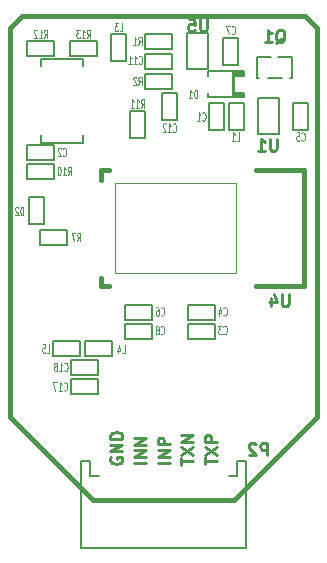
<source format=gbo>
G04 (created by PCBNEW-RS274X (2011-05-25)-stable) date Sat 12 Oct 2013 14:49:29 BST*
G01*
G70*
G90*
%MOIN*%
G04 Gerber Fmt 3.4, Leading zero omitted, Abs format*
%FSLAX34Y34*%
G04 APERTURE LIST*
%ADD10C,0.006000*%
%ADD11C,0.010000*%
%ADD12C,0.015000*%
%ADD13C,0.005000*%
%ADD14C,0.008000*%
%ADD15C,0.007000*%
%ADD16C,0.002600*%
%ADD17C,0.003900*%
%ADD18C,0.004500*%
G04 APERTURE END LIST*
G54D10*
G54D11*
X57675Y-45977D02*
X57675Y-45748D01*
X58075Y-45863D02*
X57675Y-45863D01*
X57675Y-45653D02*
X58075Y-45386D01*
X57675Y-45386D02*
X58075Y-45653D01*
X58075Y-45234D02*
X57675Y-45234D01*
X57675Y-45081D01*
X57694Y-45043D01*
X57713Y-45024D01*
X57751Y-45005D01*
X57808Y-45005D01*
X57846Y-45024D01*
X57865Y-45043D01*
X57884Y-45081D01*
X57884Y-45234D01*
X56888Y-45986D02*
X56888Y-45757D01*
X57288Y-45872D02*
X56888Y-45872D01*
X56888Y-45662D02*
X57288Y-45395D01*
X56888Y-45395D02*
X57288Y-45662D01*
X57288Y-45243D02*
X56888Y-45243D01*
X57288Y-45014D01*
X56888Y-45014D01*
X56501Y-45921D02*
X56101Y-45921D01*
X56501Y-45731D02*
X56101Y-45731D01*
X56501Y-45502D01*
X56101Y-45502D01*
X56501Y-45312D02*
X56101Y-45312D01*
X56101Y-45159D01*
X56120Y-45121D01*
X56139Y-45102D01*
X56177Y-45083D01*
X56234Y-45083D01*
X56272Y-45102D01*
X56291Y-45121D01*
X56310Y-45159D01*
X56310Y-45312D01*
X54545Y-45737D02*
X54526Y-45775D01*
X54526Y-45832D01*
X54545Y-45890D01*
X54583Y-45928D01*
X54621Y-45947D01*
X54697Y-45966D01*
X54754Y-45966D01*
X54831Y-45947D01*
X54869Y-45928D01*
X54907Y-45890D01*
X54926Y-45832D01*
X54926Y-45794D01*
X54907Y-45737D01*
X54888Y-45718D01*
X54754Y-45718D01*
X54754Y-45794D01*
X54926Y-45547D02*
X54526Y-45547D01*
X54926Y-45318D01*
X54526Y-45318D01*
X54926Y-45128D02*
X54526Y-45128D01*
X54526Y-45033D01*
X54545Y-44975D01*
X54583Y-44937D01*
X54621Y-44918D01*
X54697Y-44899D01*
X54754Y-44899D01*
X54831Y-44918D01*
X54869Y-44937D01*
X54907Y-44975D01*
X54926Y-45033D01*
X54926Y-45128D01*
X55713Y-45931D02*
X55313Y-45931D01*
X55713Y-45741D02*
X55313Y-45741D01*
X55713Y-45512D01*
X55313Y-45512D01*
X55713Y-45322D02*
X55313Y-45322D01*
X55713Y-45093D01*
X55313Y-45093D01*
G54D12*
X51181Y-31417D02*
X51575Y-31023D01*
X51181Y-44409D02*
X51181Y-31417D01*
X53937Y-47165D02*
X51181Y-44409D01*
X58662Y-47165D02*
X53937Y-47165D01*
X61418Y-44409D02*
X58662Y-47165D01*
X61418Y-31417D02*
X61418Y-44409D01*
X61024Y-31023D02*
X61418Y-31417D01*
X51575Y-31023D02*
X61024Y-31023D01*
G54D13*
X57091Y-32804D02*
X57791Y-32804D01*
X57791Y-32804D02*
X57791Y-31604D01*
X57791Y-31604D02*
X57091Y-31604D01*
X57091Y-31604D02*
X57091Y-32804D01*
X59434Y-34969D02*
X60134Y-34969D01*
X60134Y-34969D02*
X60134Y-33769D01*
X60134Y-33769D02*
X59434Y-33769D01*
X59434Y-33769D02*
X59434Y-34969D01*
X53088Y-38175D02*
X52188Y-38175D01*
X52188Y-38175D02*
X52188Y-38675D01*
X52188Y-38675D02*
X53088Y-38675D01*
X53088Y-38675D02*
X53088Y-38175D01*
X51797Y-37069D02*
X51797Y-37969D01*
X51797Y-37969D02*
X52297Y-37969D01*
X52297Y-37969D02*
X52297Y-37069D01*
X52297Y-37069D02*
X51797Y-37069D01*
X58471Y-33919D02*
X58471Y-34819D01*
X58471Y-34819D02*
X58971Y-34819D01*
X58971Y-34819D02*
X58971Y-33919D01*
X58971Y-33919D02*
X58471Y-33919D01*
X54553Y-31636D02*
X54553Y-32536D01*
X54553Y-32536D02*
X55053Y-32536D01*
X55053Y-32536D02*
X55053Y-31636D01*
X55053Y-31636D02*
X54553Y-31636D01*
X54584Y-41876D02*
X53684Y-41876D01*
X53684Y-41876D02*
X53684Y-42376D01*
X53684Y-42376D02*
X54584Y-42376D01*
X54584Y-42376D02*
X54584Y-41876D01*
X52621Y-42376D02*
X53521Y-42376D01*
X53521Y-42376D02*
X53521Y-41876D01*
X53521Y-41876D02*
X52621Y-41876D01*
X52621Y-41876D02*
X52621Y-42376D01*
X55692Y-32139D02*
X56592Y-32139D01*
X56592Y-32139D02*
X56592Y-31639D01*
X56592Y-31639D02*
X55692Y-31639D01*
X55692Y-31639D02*
X55692Y-32139D01*
X58321Y-34819D02*
X58321Y-33919D01*
X58321Y-33919D02*
X57821Y-33919D01*
X57821Y-33919D02*
X57821Y-34819D01*
X57821Y-34819D02*
X58321Y-34819D01*
X52655Y-35970D02*
X51755Y-35970D01*
X51755Y-35970D02*
X51755Y-36470D01*
X51755Y-36470D02*
X52655Y-36470D01*
X52655Y-36470D02*
X52655Y-35970D01*
X55183Y-34195D02*
X55183Y-35095D01*
X55183Y-35095D02*
X55683Y-35095D01*
X55683Y-35095D02*
X55683Y-34195D01*
X55683Y-34195D02*
X55183Y-34195D01*
X52655Y-31876D02*
X51755Y-31876D01*
X51755Y-31876D02*
X51755Y-32376D01*
X51755Y-32376D02*
X52655Y-32376D01*
X52655Y-32376D02*
X52655Y-31876D01*
X53172Y-32376D02*
X54072Y-32376D01*
X54072Y-32376D02*
X54072Y-31876D01*
X54072Y-31876D02*
X53172Y-31876D01*
X53172Y-31876D02*
X53172Y-32376D01*
X61117Y-34820D02*
X61117Y-33920D01*
X61117Y-33920D02*
X60617Y-33920D01*
X60617Y-33920D02*
X60617Y-34820D01*
X60617Y-34820D02*
X61117Y-34820D01*
X58793Y-32654D02*
X58793Y-31754D01*
X58793Y-31754D02*
X58293Y-31754D01*
X58293Y-31754D02*
X58293Y-32654D01*
X58293Y-32654D02*
X58793Y-32654D01*
X56592Y-32309D02*
X55692Y-32309D01*
X55692Y-32309D02*
X55692Y-32809D01*
X55692Y-32809D02*
X56592Y-32809D01*
X56592Y-32809D02*
X56592Y-32309D01*
X56746Y-34505D02*
X56746Y-33605D01*
X56746Y-33605D02*
X56246Y-33605D01*
X56246Y-33605D02*
X56246Y-34505D01*
X56246Y-34505D02*
X56746Y-34505D01*
X54112Y-43135D02*
X53212Y-43135D01*
X53212Y-43135D02*
X53212Y-43635D01*
X53212Y-43635D02*
X54112Y-43635D01*
X54112Y-43635D02*
X54112Y-43135D01*
X54112Y-42505D02*
X53212Y-42505D01*
X53212Y-42505D02*
X53212Y-43005D01*
X53212Y-43005D02*
X54112Y-43005D01*
X54112Y-43005D02*
X54112Y-42505D01*
G54D14*
X59055Y-48779D02*
X58267Y-48779D01*
X54134Y-46378D02*
X53858Y-46378D01*
X53858Y-46378D02*
X53858Y-45866D01*
X53858Y-45866D02*
X53543Y-45866D01*
X53543Y-45866D02*
X53543Y-48779D01*
X53543Y-48779D02*
X58267Y-48779D01*
X59055Y-48779D02*
X59055Y-45866D01*
X59055Y-45866D02*
X58740Y-45866D01*
X58740Y-45866D02*
X58740Y-46378D01*
X58740Y-46378D02*
X58464Y-46378D01*
G54D15*
X52214Y-32708D02*
X52214Y-32458D01*
X52214Y-32458D02*
X53614Y-32458D01*
X53614Y-32458D02*
X53614Y-32708D01*
X52214Y-35008D02*
X52214Y-35258D01*
X52214Y-35258D02*
X53614Y-35258D01*
X53614Y-35258D02*
X53614Y-35008D01*
G54D13*
X51755Y-35840D02*
X52655Y-35840D01*
X52655Y-35840D02*
X52655Y-35340D01*
X52655Y-35340D02*
X51755Y-35340D01*
X51755Y-35340D02*
X51755Y-35840D01*
X57109Y-41785D02*
X58009Y-41785D01*
X58009Y-41785D02*
X58009Y-41285D01*
X58009Y-41285D02*
X57109Y-41285D01*
X57109Y-41285D02*
X57109Y-41785D01*
X57109Y-41155D02*
X58009Y-41155D01*
X58009Y-41155D02*
X58009Y-40655D01*
X58009Y-40655D02*
X57109Y-40655D01*
X57109Y-40655D02*
X57109Y-41155D01*
X55923Y-40655D02*
X55023Y-40655D01*
X55023Y-40655D02*
X55023Y-41155D01*
X55023Y-41155D02*
X55923Y-41155D01*
X55923Y-41155D02*
X55923Y-40655D01*
X55923Y-41285D02*
X55023Y-41285D01*
X55023Y-41285D02*
X55023Y-41785D01*
X55023Y-41785D02*
X55923Y-41785D01*
X55923Y-41785D02*
X55923Y-41285D01*
G54D12*
X59370Y-40039D02*
X60984Y-40039D01*
X60984Y-40039D02*
X60984Y-36181D01*
X60984Y-36181D02*
X59370Y-36181D01*
X54213Y-36496D02*
X54213Y-36181D01*
X54213Y-36181D02*
X54449Y-36181D01*
X54449Y-36181D02*
X54488Y-36181D01*
X54488Y-40039D02*
X54213Y-40039D01*
X54213Y-40039D02*
X54213Y-39763D01*
G54D16*
X54685Y-39606D02*
X54685Y-36614D01*
X54685Y-36614D02*
X58700Y-36614D01*
X58700Y-39606D02*
X58700Y-36614D01*
X54685Y-39606D02*
X58700Y-39606D01*
G54D17*
X60905Y-40058D02*
X60944Y-40058D01*
X60944Y-40058D02*
X61003Y-40058D01*
X61003Y-40058D02*
X61003Y-39999D01*
X61003Y-39999D02*
X61003Y-39960D01*
X60944Y-40058D02*
X61003Y-39999D01*
X60905Y-40058D02*
X61003Y-39960D01*
G54D10*
X60236Y-33109D02*
X59764Y-33109D01*
X60512Y-32401D02*
X60118Y-32401D01*
X59488Y-32401D02*
X59882Y-32401D01*
X60591Y-32401D02*
X60512Y-32401D01*
X60591Y-32401D02*
X60591Y-33109D01*
X60591Y-33109D02*
X60512Y-33109D01*
X59409Y-33109D02*
X59488Y-33109D01*
X59409Y-32401D02*
X59488Y-32401D01*
X59409Y-33109D02*
X59409Y-32401D01*
G54D15*
X58622Y-32874D02*
X58622Y-33740D01*
X58662Y-33701D02*
X58977Y-33701D01*
X58977Y-33622D02*
X58662Y-33622D01*
X58662Y-33661D02*
X58977Y-33661D01*
X58977Y-33583D02*
X58662Y-33583D01*
X58977Y-33031D02*
X58662Y-33031D01*
X58662Y-32992D02*
X58977Y-32992D01*
X58977Y-32953D02*
X58662Y-32953D01*
X58662Y-32913D02*
X58977Y-32913D01*
X58662Y-32874D02*
X58662Y-33740D01*
X58977Y-33740D02*
X58977Y-33583D01*
X58977Y-32874D02*
X58977Y-33031D01*
X57795Y-32874D02*
X57795Y-33031D01*
X57795Y-33740D02*
X57795Y-33583D01*
X58977Y-33740D02*
X57795Y-33740D01*
X58977Y-32874D02*
X57795Y-32874D01*
G54D13*
X56592Y-32978D02*
X55692Y-32978D01*
X55692Y-32978D02*
X55692Y-33478D01*
X55692Y-33478D02*
X56592Y-33478D01*
X56592Y-33478D02*
X56592Y-32978D01*
G54D11*
X57746Y-31139D02*
X57746Y-31463D01*
X57727Y-31501D01*
X57708Y-31520D01*
X57670Y-31539D01*
X57593Y-31539D01*
X57555Y-31520D01*
X57536Y-31501D01*
X57517Y-31463D01*
X57517Y-31139D01*
X57136Y-31139D02*
X57327Y-31139D01*
X57346Y-31329D01*
X57327Y-31310D01*
X57289Y-31291D01*
X57193Y-31291D01*
X57155Y-31310D01*
X57136Y-31329D01*
X57117Y-31367D01*
X57117Y-31463D01*
X57136Y-31501D01*
X57155Y-31520D01*
X57193Y-31539D01*
X57289Y-31539D01*
X57327Y-31520D01*
X57346Y-31501D01*
X60071Y-35117D02*
X60071Y-35441D01*
X60052Y-35479D01*
X60033Y-35498D01*
X59995Y-35517D01*
X59918Y-35517D01*
X59880Y-35498D01*
X59861Y-35479D01*
X59842Y-35441D01*
X59842Y-35117D01*
X59442Y-35517D02*
X59671Y-35517D01*
X59557Y-35517D02*
X59557Y-35117D01*
X59595Y-35174D01*
X59633Y-35212D01*
X59671Y-35231D01*
G54D18*
X53415Y-38538D02*
X53475Y-38405D01*
X53518Y-38538D02*
X53518Y-38258D01*
X53450Y-38258D01*
X53432Y-38272D01*
X53424Y-38285D01*
X53415Y-38312D01*
X53415Y-38352D01*
X53424Y-38378D01*
X53432Y-38392D01*
X53450Y-38405D01*
X53518Y-38405D01*
X53355Y-38258D02*
X53235Y-38258D01*
X53312Y-38538D01*
X51628Y-37672D02*
X51628Y-37392D01*
X51585Y-37392D01*
X51560Y-37406D01*
X51542Y-37432D01*
X51534Y-37459D01*
X51525Y-37512D01*
X51525Y-37552D01*
X51534Y-37606D01*
X51542Y-37632D01*
X51560Y-37659D01*
X51585Y-37672D01*
X51628Y-37672D01*
X51457Y-37419D02*
X51448Y-37406D01*
X51431Y-37392D01*
X51388Y-37392D01*
X51371Y-37406D01*
X51362Y-37419D01*
X51354Y-37446D01*
X51354Y-37472D01*
X51362Y-37512D01*
X51465Y-37672D01*
X51354Y-37672D01*
X58731Y-35191D02*
X58817Y-35191D01*
X58817Y-34911D01*
X58577Y-35191D02*
X58680Y-35191D01*
X58628Y-35191D02*
X58628Y-34911D01*
X58645Y-34951D01*
X58663Y-34978D01*
X58680Y-34991D01*
X54832Y-31530D02*
X54918Y-31530D01*
X54918Y-31250D01*
X54789Y-31250D02*
X54678Y-31250D01*
X54738Y-31357D01*
X54712Y-31357D01*
X54695Y-31370D01*
X54686Y-31384D01*
X54678Y-31410D01*
X54678Y-31477D01*
X54686Y-31504D01*
X54695Y-31517D01*
X54712Y-31530D01*
X54764Y-31530D01*
X54781Y-31517D01*
X54789Y-31504D01*
X54911Y-42278D02*
X54997Y-42278D01*
X54997Y-41998D01*
X54774Y-42092D02*
X54774Y-42278D01*
X54817Y-41985D02*
X54860Y-42185D01*
X54748Y-42185D01*
X52410Y-42258D02*
X52496Y-42258D01*
X52496Y-41978D01*
X52264Y-41978D02*
X52350Y-41978D01*
X52359Y-42112D01*
X52350Y-42098D01*
X52333Y-42085D01*
X52290Y-42085D01*
X52273Y-42098D01*
X52264Y-42112D01*
X52256Y-42138D01*
X52256Y-42205D01*
X52264Y-42232D01*
X52273Y-42245D01*
X52290Y-42258D01*
X52333Y-42258D01*
X52350Y-42245D01*
X52359Y-42232D01*
X55462Y-32002D02*
X55522Y-31869D01*
X55565Y-32002D02*
X55565Y-31722D01*
X55497Y-31722D01*
X55479Y-31736D01*
X55471Y-31749D01*
X55462Y-31776D01*
X55462Y-31816D01*
X55471Y-31842D01*
X55479Y-31856D01*
X55497Y-31869D01*
X55565Y-31869D01*
X55291Y-32002D02*
X55394Y-32002D01*
X55342Y-32002D02*
X55342Y-31722D01*
X55359Y-31762D01*
X55377Y-31789D01*
X55394Y-31802D01*
X57588Y-34496D02*
X57597Y-34509D01*
X57623Y-34522D01*
X57640Y-34522D01*
X57665Y-34509D01*
X57683Y-34482D01*
X57691Y-34456D01*
X57700Y-34402D01*
X57700Y-34362D01*
X57691Y-34309D01*
X57683Y-34282D01*
X57665Y-34256D01*
X57640Y-34242D01*
X57623Y-34242D01*
X57597Y-34256D01*
X57588Y-34269D01*
X57417Y-34522D02*
X57520Y-34522D01*
X57468Y-34522D02*
X57468Y-34242D01*
X57485Y-34282D01*
X57503Y-34309D01*
X57520Y-34322D01*
X53107Y-36333D02*
X53167Y-36200D01*
X53210Y-36333D02*
X53210Y-36053D01*
X53142Y-36053D01*
X53124Y-36067D01*
X53116Y-36080D01*
X53107Y-36107D01*
X53107Y-36147D01*
X53116Y-36173D01*
X53124Y-36187D01*
X53142Y-36200D01*
X53210Y-36200D01*
X52936Y-36333D02*
X53039Y-36333D01*
X52987Y-36333D02*
X52987Y-36053D01*
X53004Y-36093D01*
X53022Y-36120D01*
X53039Y-36133D01*
X52825Y-36053D02*
X52808Y-36053D01*
X52791Y-36067D01*
X52782Y-36080D01*
X52773Y-36107D01*
X52765Y-36160D01*
X52765Y-36227D01*
X52773Y-36280D01*
X52782Y-36307D01*
X52791Y-36320D01*
X52808Y-36333D01*
X52825Y-36333D01*
X52842Y-36320D01*
X52851Y-36307D01*
X52859Y-36280D01*
X52868Y-36227D01*
X52868Y-36160D01*
X52859Y-36107D01*
X52851Y-36080D01*
X52842Y-36067D01*
X52825Y-36053D01*
X55548Y-34089D02*
X55608Y-33956D01*
X55651Y-34089D02*
X55651Y-33809D01*
X55583Y-33809D01*
X55565Y-33823D01*
X55557Y-33836D01*
X55548Y-33863D01*
X55548Y-33903D01*
X55557Y-33929D01*
X55565Y-33943D01*
X55583Y-33956D01*
X55651Y-33956D01*
X55377Y-34089D02*
X55480Y-34089D01*
X55428Y-34089D02*
X55428Y-33809D01*
X55445Y-33849D01*
X55463Y-33876D01*
X55480Y-33889D01*
X55206Y-34089D02*
X55309Y-34089D01*
X55257Y-34089D02*
X55257Y-33809D01*
X55274Y-33849D01*
X55292Y-33876D01*
X55309Y-33889D01*
X52320Y-31766D02*
X52380Y-31633D01*
X52423Y-31766D02*
X52423Y-31486D01*
X52355Y-31486D01*
X52337Y-31500D01*
X52329Y-31513D01*
X52320Y-31540D01*
X52320Y-31580D01*
X52329Y-31606D01*
X52337Y-31620D01*
X52355Y-31633D01*
X52423Y-31633D01*
X52149Y-31766D02*
X52252Y-31766D01*
X52200Y-31766D02*
X52200Y-31486D01*
X52217Y-31526D01*
X52235Y-31553D01*
X52252Y-31566D01*
X52081Y-31513D02*
X52072Y-31500D01*
X52055Y-31486D01*
X52012Y-31486D01*
X51995Y-31500D01*
X51986Y-31513D01*
X51978Y-31540D01*
X51978Y-31566D01*
X51986Y-31606D01*
X52089Y-31766D01*
X51978Y-31766D01*
X53737Y-31766D02*
X53797Y-31633D01*
X53840Y-31766D02*
X53840Y-31486D01*
X53772Y-31486D01*
X53754Y-31500D01*
X53746Y-31513D01*
X53737Y-31540D01*
X53737Y-31580D01*
X53746Y-31606D01*
X53754Y-31620D01*
X53772Y-31633D01*
X53840Y-31633D01*
X53566Y-31766D02*
X53669Y-31766D01*
X53617Y-31766D02*
X53617Y-31486D01*
X53634Y-31526D01*
X53652Y-31553D01*
X53669Y-31566D01*
X53506Y-31486D02*
X53395Y-31486D01*
X53455Y-31593D01*
X53429Y-31593D01*
X53412Y-31606D01*
X53403Y-31620D01*
X53395Y-31646D01*
X53395Y-31713D01*
X53403Y-31740D01*
X53412Y-31753D01*
X53429Y-31766D01*
X53481Y-31766D01*
X53498Y-31753D01*
X53506Y-31740D01*
X60896Y-35166D02*
X60905Y-35179D01*
X60931Y-35192D01*
X60948Y-35192D01*
X60973Y-35179D01*
X60991Y-35152D01*
X60999Y-35126D01*
X61008Y-35072D01*
X61008Y-35032D01*
X60999Y-34979D01*
X60991Y-34952D01*
X60973Y-34926D01*
X60948Y-34912D01*
X60931Y-34912D01*
X60905Y-34926D01*
X60896Y-34939D01*
X60733Y-34912D02*
X60819Y-34912D01*
X60828Y-35046D01*
X60819Y-35032D01*
X60802Y-35019D01*
X60759Y-35019D01*
X60742Y-35032D01*
X60733Y-35046D01*
X60725Y-35072D01*
X60725Y-35139D01*
X60733Y-35166D01*
X60742Y-35179D01*
X60759Y-35192D01*
X60802Y-35192D01*
X60819Y-35179D01*
X60828Y-35166D01*
X58572Y-31622D02*
X58581Y-31635D01*
X58607Y-31648D01*
X58624Y-31648D01*
X58649Y-31635D01*
X58667Y-31608D01*
X58675Y-31582D01*
X58684Y-31528D01*
X58684Y-31488D01*
X58675Y-31435D01*
X58667Y-31408D01*
X58649Y-31382D01*
X58624Y-31368D01*
X58607Y-31368D01*
X58581Y-31382D01*
X58572Y-31395D01*
X58512Y-31368D02*
X58392Y-31368D01*
X58469Y-31648D01*
X55470Y-32606D02*
X55479Y-32619D01*
X55505Y-32632D01*
X55522Y-32632D01*
X55547Y-32619D01*
X55565Y-32592D01*
X55573Y-32566D01*
X55582Y-32512D01*
X55582Y-32472D01*
X55573Y-32419D01*
X55565Y-32392D01*
X55547Y-32366D01*
X55522Y-32352D01*
X55505Y-32352D01*
X55479Y-32366D01*
X55470Y-32379D01*
X55299Y-32632D02*
X55402Y-32632D01*
X55350Y-32632D02*
X55350Y-32352D01*
X55367Y-32392D01*
X55385Y-32419D01*
X55402Y-32432D01*
X55128Y-32632D02*
X55231Y-32632D01*
X55179Y-32632D02*
X55179Y-32352D01*
X55196Y-32392D01*
X55214Y-32419D01*
X55231Y-32432D01*
X56611Y-34870D02*
X56620Y-34883D01*
X56646Y-34896D01*
X56663Y-34896D01*
X56688Y-34883D01*
X56706Y-34856D01*
X56714Y-34830D01*
X56723Y-34776D01*
X56723Y-34736D01*
X56714Y-34683D01*
X56706Y-34656D01*
X56688Y-34630D01*
X56663Y-34616D01*
X56646Y-34616D01*
X56620Y-34630D01*
X56611Y-34643D01*
X56440Y-34896D02*
X56543Y-34896D01*
X56491Y-34896D02*
X56491Y-34616D01*
X56508Y-34656D01*
X56526Y-34683D01*
X56543Y-34696D01*
X56372Y-34643D02*
X56363Y-34630D01*
X56346Y-34616D01*
X56303Y-34616D01*
X56286Y-34630D01*
X56277Y-34643D01*
X56269Y-34670D01*
X56269Y-34696D01*
X56277Y-34736D01*
X56380Y-34896D01*
X56269Y-34896D01*
X52970Y-43491D02*
X52979Y-43504D01*
X53005Y-43517D01*
X53022Y-43517D01*
X53047Y-43504D01*
X53065Y-43477D01*
X53073Y-43451D01*
X53082Y-43397D01*
X53082Y-43357D01*
X53073Y-43304D01*
X53065Y-43277D01*
X53047Y-43251D01*
X53022Y-43237D01*
X53005Y-43237D01*
X52979Y-43251D01*
X52970Y-43264D01*
X52799Y-43517D02*
X52902Y-43517D01*
X52850Y-43517D02*
X52850Y-43237D01*
X52867Y-43277D01*
X52885Y-43304D01*
X52902Y-43317D01*
X52739Y-43237D02*
X52619Y-43237D01*
X52696Y-43517D01*
X52989Y-42842D02*
X52998Y-42855D01*
X53024Y-42868D01*
X53041Y-42868D01*
X53066Y-42855D01*
X53084Y-42828D01*
X53092Y-42802D01*
X53101Y-42748D01*
X53101Y-42708D01*
X53092Y-42655D01*
X53084Y-42628D01*
X53066Y-42602D01*
X53041Y-42588D01*
X53024Y-42588D01*
X52998Y-42602D01*
X52989Y-42615D01*
X52818Y-42868D02*
X52921Y-42868D01*
X52869Y-42868D02*
X52869Y-42588D01*
X52886Y-42628D01*
X52904Y-42655D01*
X52921Y-42668D01*
X52715Y-42708D02*
X52733Y-42695D01*
X52741Y-42682D01*
X52750Y-42655D01*
X52750Y-42642D01*
X52741Y-42615D01*
X52733Y-42602D01*
X52715Y-42588D01*
X52681Y-42588D01*
X52664Y-42602D01*
X52655Y-42615D01*
X52647Y-42642D01*
X52647Y-42655D01*
X52655Y-42682D01*
X52664Y-42695D01*
X52681Y-42708D01*
X52715Y-42708D01*
X52733Y-42722D01*
X52741Y-42735D01*
X52750Y-42762D01*
X52750Y-42815D01*
X52741Y-42842D01*
X52733Y-42855D01*
X52715Y-42868D01*
X52681Y-42868D01*
X52664Y-42855D01*
X52655Y-42842D01*
X52647Y-42815D01*
X52647Y-42762D01*
X52655Y-42735D01*
X52664Y-42722D01*
X52681Y-42708D01*
G54D11*
X59744Y-45674D02*
X59744Y-45274D01*
X59591Y-45274D01*
X59553Y-45293D01*
X59534Y-45312D01*
X59515Y-45350D01*
X59515Y-45407D01*
X59534Y-45445D01*
X59553Y-45464D01*
X59591Y-45483D01*
X59744Y-45483D01*
X59363Y-45312D02*
X59344Y-45293D01*
X59306Y-45274D01*
X59210Y-45274D01*
X59172Y-45293D01*
X59153Y-45312D01*
X59134Y-45350D01*
X59134Y-45388D01*
X59153Y-45445D01*
X59382Y-45674D01*
X59134Y-45674D01*
G54D18*
X52943Y-35677D02*
X52952Y-35690D01*
X52978Y-35703D01*
X52995Y-35703D01*
X53020Y-35690D01*
X53038Y-35663D01*
X53046Y-35637D01*
X53055Y-35583D01*
X53055Y-35543D01*
X53046Y-35490D01*
X53038Y-35463D01*
X53020Y-35437D01*
X52995Y-35423D01*
X52978Y-35423D01*
X52952Y-35437D01*
X52943Y-35450D01*
X52875Y-35450D02*
X52866Y-35437D01*
X52849Y-35423D01*
X52806Y-35423D01*
X52789Y-35437D01*
X52780Y-35450D01*
X52772Y-35477D01*
X52772Y-35503D01*
X52780Y-35543D01*
X52883Y-35703D01*
X52772Y-35703D01*
X58296Y-41622D02*
X58305Y-41635D01*
X58331Y-41648D01*
X58348Y-41648D01*
X58373Y-41635D01*
X58391Y-41608D01*
X58399Y-41582D01*
X58408Y-41528D01*
X58408Y-41488D01*
X58399Y-41435D01*
X58391Y-41408D01*
X58373Y-41382D01*
X58348Y-41368D01*
X58331Y-41368D01*
X58305Y-41382D01*
X58296Y-41395D01*
X58236Y-41368D02*
X58125Y-41368D01*
X58185Y-41475D01*
X58159Y-41475D01*
X58142Y-41488D01*
X58133Y-41502D01*
X58125Y-41528D01*
X58125Y-41595D01*
X58133Y-41622D01*
X58142Y-41635D01*
X58159Y-41648D01*
X58211Y-41648D01*
X58228Y-41635D01*
X58236Y-41622D01*
X58296Y-40992D02*
X58305Y-41005D01*
X58331Y-41018D01*
X58348Y-41018D01*
X58373Y-41005D01*
X58391Y-40978D01*
X58399Y-40952D01*
X58408Y-40898D01*
X58408Y-40858D01*
X58399Y-40805D01*
X58391Y-40778D01*
X58373Y-40752D01*
X58348Y-40738D01*
X58331Y-40738D01*
X58305Y-40752D01*
X58296Y-40765D01*
X58142Y-40832D02*
X58142Y-41018D01*
X58185Y-40725D02*
X58228Y-40925D01*
X58116Y-40925D01*
X56210Y-40992D02*
X56219Y-41005D01*
X56245Y-41018D01*
X56262Y-41018D01*
X56287Y-41005D01*
X56305Y-40978D01*
X56313Y-40952D01*
X56322Y-40898D01*
X56322Y-40858D01*
X56313Y-40805D01*
X56305Y-40778D01*
X56287Y-40752D01*
X56262Y-40738D01*
X56245Y-40738D01*
X56219Y-40752D01*
X56210Y-40765D01*
X56056Y-40738D02*
X56090Y-40738D01*
X56107Y-40752D01*
X56116Y-40765D01*
X56133Y-40805D01*
X56142Y-40858D01*
X56142Y-40965D01*
X56133Y-40992D01*
X56125Y-41005D01*
X56107Y-41018D01*
X56073Y-41018D01*
X56056Y-41005D01*
X56047Y-40992D01*
X56039Y-40965D01*
X56039Y-40898D01*
X56047Y-40872D01*
X56056Y-40858D01*
X56073Y-40845D01*
X56107Y-40845D01*
X56125Y-40858D01*
X56133Y-40872D01*
X56142Y-40898D01*
X56210Y-41622D02*
X56219Y-41635D01*
X56245Y-41648D01*
X56262Y-41648D01*
X56287Y-41635D01*
X56305Y-41608D01*
X56313Y-41582D01*
X56322Y-41528D01*
X56322Y-41488D01*
X56313Y-41435D01*
X56305Y-41408D01*
X56287Y-41382D01*
X56262Y-41368D01*
X56245Y-41368D01*
X56219Y-41382D01*
X56210Y-41395D01*
X56107Y-41488D02*
X56125Y-41475D01*
X56133Y-41462D01*
X56142Y-41435D01*
X56142Y-41422D01*
X56133Y-41395D01*
X56125Y-41382D01*
X56107Y-41368D01*
X56073Y-41368D01*
X56056Y-41382D01*
X56047Y-41395D01*
X56039Y-41422D01*
X56039Y-41435D01*
X56047Y-41462D01*
X56056Y-41475D01*
X56073Y-41488D01*
X56107Y-41488D01*
X56125Y-41502D01*
X56133Y-41515D01*
X56142Y-41542D01*
X56142Y-41595D01*
X56133Y-41622D01*
X56125Y-41635D01*
X56107Y-41648D01*
X56073Y-41648D01*
X56056Y-41635D01*
X56047Y-41622D01*
X56039Y-41595D01*
X56039Y-41542D01*
X56047Y-41515D01*
X56056Y-41502D01*
X56073Y-41488D01*
G54D11*
X60463Y-40313D02*
X60463Y-40637D01*
X60444Y-40675D01*
X60425Y-40694D01*
X60387Y-40713D01*
X60310Y-40713D01*
X60272Y-40694D01*
X60253Y-40675D01*
X60234Y-40637D01*
X60234Y-40313D01*
X59872Y-40446D02*
X59872Y-40713D01*
X59968Y-40294D02*
X60063Y-40580D01*
X59815Y-40580D01*
X60038Y-31932D02*
X60076Y-31913D01*
X60114Y-31875D01*
X60171Y-31818D01*
X60210Y-31799D01*
X60248Y-31799D01*
X60229Y-31894D02*
X60267Y-31875D01*
X60305Y-31837D01*
X60324Y-31761D01*
X60324Y-31627D01*
X60305Y-31551D01*
X60267Y-31513D01*
X60229Y-31494D01*
X60152Y-31494D01*
X60114Y-31513D01*
X60076Y-31551D01*
X60057Y-31627D01*
X60057Y-31761D01*
X60076Y-31837D01*
X60114Y-31875D01*
X60152Y-31894D01*
X60229Y-31894D01*
X59676Y-31894D02*
X59905Y-31894D01*
X59791Y-31894D02*
X59791Y-31494D01*
X59829Y-31551D01*
X59867Y-31589D01*
X59905Y-31608D01*
G54D18*
X57416Y-33774D02*
X57416Y-33494D01*
X57373Y-33494D01*
X57348Y-33508D01*
X57330Y-33534D01*
X57322Y-33561D01*
X57313Y-33614D01*
X57313Y-33654D01*
X57322Y-33708D01*
X57330Y-33734D01*
X57348Y-33761D01*
X57373Y-33774D01*
X57416Y-33774D01*
X57142Y-33774D02*
X57245Y-33774D01*
X57193Y-33774D02*
X57193Y-33494D01*
X57210Y-33534D01*
X57228Y-33561D01*
X57245Y-33574D01*
X55462Y-33341D02*
X55522Y-33208D01*
X55565Y-33341D02*
X55565Y-33061D01*
X55497Y-33061D01*
X55479Y-33075D01*
X55471Y-33088D01*
X55462Y-33115D01*
X55462Y-33155D01*
X55471Y-33181D01*
X55479Y-33195D01*
X55497Y-33208D01*
X55565Y-33208D01*
X55394Y-33088D02*
X55385Y-33075D01*
X55368Y-33061D01*
X55325Y-33061D01*
X55308Y-33075D01*
X55299Y-33088D01*
X55291Y-33115D01*
X55291Y-33141D01*
X55299Y-33181D01*
X55402Y-33341D01*
X55291Y-33341D01*
M02*

</source>
